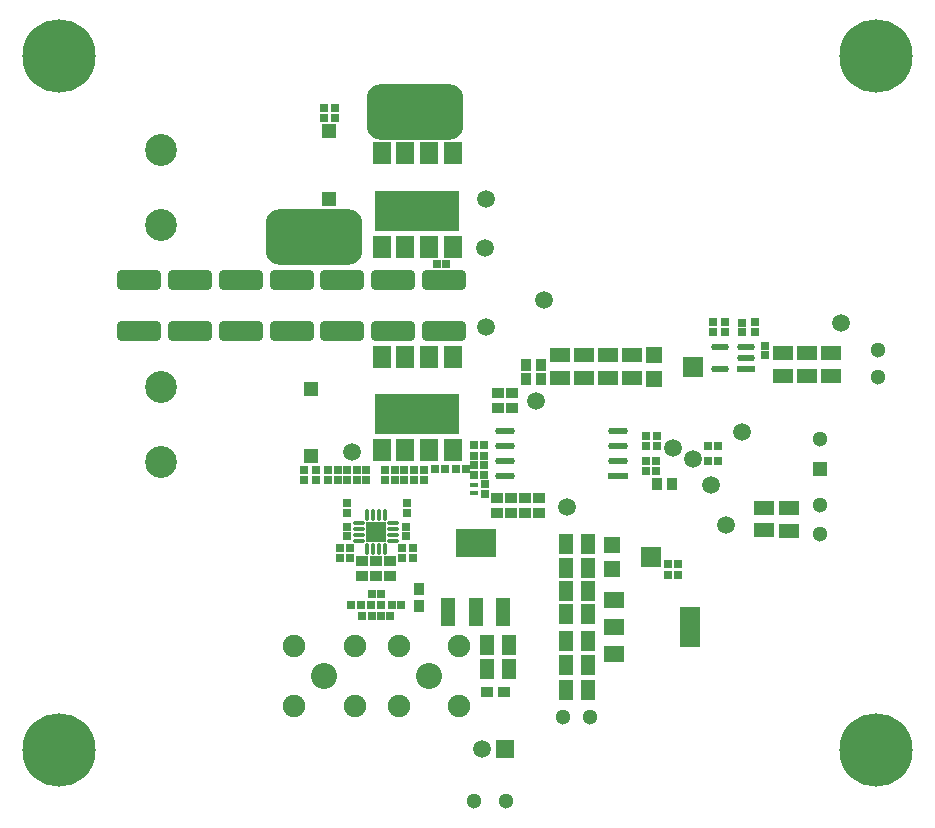
<source format=gbr>
%TF.GenerationSoftware,Altium Limited,Altium Designer,22.9.1 (49)*%
G04 Layer_Color=8388736*
%FSLAX45Y45*%
%MOMM*%
%TF.SameCoordinates,C6D2A98E-D71B-44EB-B230-12E80A119C5B*%
%TF.FilePolarity,Negative*%
%TF.FileFunction,Soldermask,Top*%
%TF.Part,Single*%
G01*
G75*
%TA.AperFunction,SMDPad,CuDef*%
%ADD17R,1.65506X0.58213*%
G04:AMPARAMS|DCode=18|XSize=1.65506mm|YSize=0.58213mm|CornerRadius=0.29107mm|HoleSize=0mm|Usage=FLASHONLY|Rotation=180.000|XOffset=0mm|YOffset=0mm|HoleType=Round|Shape=RoundedRectangle|*
%AMROUNDEDRECTD18*
21,1,1.65506,0.00000,0,0,180.0*
21,1,1.07293,0.58213,0,0,180.0*
1,1,0.58213,-0.53646,0.00000*
1,1,0.58213,0.53646,0.00000*
1,1,0.58213,0.53646,0.00000*
1,1,0.58213,-0.53646,0.00000*
%
%ADD18ROUNDEDRECTD18*%
G04:AMPARAMS|DCode=24|XSize=1.50543mm|YSize=0.57583mm|CornerRadius=0.28791mm|HoleSize=0mm|Usage=FLASHONLY|Rotation=180.000|XOffset=0mm|YOffset=0mm|HoleType=Round|Shape=RoundedRectangle|*
%AMROUNDEDRECTD24*
21,1,1.50543,0.00000,0,0,180.0*
21,1,0.92960,0.57583,0,0,180.0*
1,1,0.57583,-0.46480,0.00000*
1,1,0.57583,0.46480,0.00000*
1,1,0.57583,0.46480,0.00000*
1,1,0.57583,-0.46480,0.00000*
%
%ADD24ROUNDEDRECTD24*%
%ADD25R,1.50543X0.57583*%
%ADD26R,0.95822X1.00650*%
%ADD27R,0.71120X0.39370*%
G04:AMPARAMS|DCode=31|XSize=1.7mm|YSize=3.8mm|CornerRadius=0.425mm|HoleSize=0mm|Usage=FLASHONLY|Rotation=90.000|XOffset=0mm|YOffset=0mm|HoleType=Round|Shape=RoundedRectangle|*
%AMROUNDEDRECTD31*
21,1,1.70000,2.95000,0,0,90.0*
21,1,0.85000,3.80000,0,0,90.0*
1,1,0.85000,1.47500,0.42500*
1,1,0.85000,1.47500,-0.42500*
1,1,0.85000,-1.47500,-0.42500*
1,1,0.85000,-1.47500,0.42500*
%
%ADD31ROUNDEDRECTD31*%
%ADD36R,1.00650X0.95822*%
%TA.AperFunction,ComponentPad*%
%ADD43C,1.30000*%
%ADD44C,1.90500*%
%ADD49R,1.30000X1.30000*%
%ADD56C,1.50320*%
%ADD57C,2.20980*%
%ADD58R,1.50320X1.50320*%
%ADD59C,6.20320*%
%ADD60C,2.70320*%
%TA.AperFunction,SMDPad,CuDef*%
%ADD71R,1.40320X1.40320*%
%ADD72R,1.72720X1.72720*%
%ADD73C,1.50320*%
%ADD74R,1.20320X2.35320*%
%ADD75R,3.45320X2.35320*%
%ADD76R,1.80320X1.40320*%
%ADD77R,1.80320X3.50320*%
%ADD78R,1.20320X1.20320*%
%ADD79R,0.65320X0.65320*%
G04:AMPARAMS|DCode=80|XSize=0.96mm|YSize=0.36mm|CornerRadius=0.0825mm|HoleSize=0mm|Usage=FLASHONLY|Rotation=90.000|XOffset=0mm|YOffset=0mm|HoleType=Round|Shape=RoundedRectangle|*
%AMROUNDEDRECTD80*
21,1,0.96000,0.19500,0,0,90.0*
21,1,0.79500,0.36000,0,0,90.0*
1,1,0.16500,0.09750,0.39750*
1,1,0.16500,0.09750,-0.39750*
1,1,0.16500,-0.09750,-0.39750*
1,1,0.16500,-0.09750,0.39750*
%
%ADD80ROUNDEDRECTD80*%
%ADD81R,1.70000X1.70000*%
G04:AMPARAMS|DCode=82|XSize=0.96mm|YSize=0.36mm|CornerRadius=0.0825mm|HoleSize=0mm|Usage=FLASHONLY|Rotation=0.000|XOffset=0mm|YOffset=0mm|HoleType=Round|Shape=RoundedRectangle|*
%AMROUNDEDRECTD82*
21,1,0.96000,0.19500,0,0,0.0*
21,1,0.79500,0.36000,0,0,0.0*
1,1,0.16500,0.39750,-0.09750*
1,1,0.16500,-0.39750,-0.09750*
1,1,0.16500,-0.39750,0.09750*
1,1,0.16500,0.39750,0.09750*
%
%ADD82ROUNDEDRECTD82*%
%ADD83R,1.55320X1.85320*%
%ADD84R,7.20320X3.40320*%
G04:AMPARAMS|DCode=85|XSize=8.2032mm|YSize=4.7032mm|CornerRadius=1.2266mm|HoleSize=0mm|Usage=FLASHONLY|Rotation=180.000|XOffset=0mm|YOffset=0mm|HoleType=Round|Shape=RoundedRectangle|*
%AMROUNDEDRECTD85*
21,1,8.20320,2.25000,0,0,180.0*
21,1,5.75000,4.70320,0,0,180.0*
1,1,2.45320,-2.87500,1.12500*
1,1,2.45320,2.87500,1.12500*
1,1,2.45320,2.87500,-1.12500*
1,1,2.45320,-2.87500,-1.12500*
%
%ADD85ROUNDEDRECTD85*%
%ADD86R,1.65320X1.20320*%
%ADD87R,0.95320X1.05320*%
%ADD88R,0.72320X0.72320*%
%ADD89R,1.20320X1.65320*%
%ADD90R,1.05320X0.95320*%
%ADD91R,0.72320X0.72320*%
%ADD92R,0.65320X0.65320*%
D17*
X5187318Y3088500D02*
D03*
D18*
Y3469500D02*
D03*
X4231203Y3088500D02*
D03*
Y3469500D02*
D03*
X5187318Y3215500D02*
D03*
Y3342500D02*
D03*
X4231203Y3215500D02*
D03*
Y3342500D02*
D03*
D24*
X6275038Y4082500D02*
D03*
X6054961Y3987500D02*
D03*
X6275038Y4177500D02*
D03*
X6054961D02*
D03*
D25*
X6275038Y3987500D02*
D03*
D26*
X3505000Y2130086D02*
D03*
Y1984914D02*
D03*
D27*
X3972500Y3007425D02*
D03*
Y2937575D02*
D03*
D31*
X3717541Y4744900D02*
D03*
Y4314898D02*
D03*
X1567342Y4744900D02*
D03*
Y4314898D02*
D03*
X2427422D02*
D03*
Y4744900D02*
D03*
X3287501D02*
D03*
Y4314898D02*
D03*
X1997382D02*
D03*
Y4744900D02*
D03*
X1137580Y4745001D02*
D03*
Y4314999D02*
D03*
X2857461Y4314898D02*
D03*
Y4744900D02*
D03*
D36*
X4225171Y1255000D02*
D03*
X4080000D02*
D03*
D43*
X6897500Y3397500D02*
D03*
X7390771Y4155507D02*
D03*
X6897500Y2595000D02*
D03*
Y2841380D02*
D03*
X4240000Y337500D02*
D03*
X3972500D02*
D03*
X4957500Y1042500D02*
D03*
X4727500D02*
D03*
X7390771Y3926907D02*
D03*
D44*
X3847770Y1137230D02*
D03*
X3337230D02*
D03*
Y1647770D02*
D03*
X3847770D02*
D03*
X2960270Y1137230D02*
D03*
X2449730D02*
D03*
X2960270Y1647770D02*
D03*
X2449730D02*
D03*
D49*
X6897500Y3143500D02*
D03*
D56*
X4497500Y3720000D02*
D03*
X6102500Y2670000D02*
D03*
X4037500Y777500D02*
D03*
X6237500Y3460000D02*
D03*
X5975000Y3010000D02*
D03*
X4760000Y2820000D02*
D03*
X7080000Y4385000D02*
D03*
D57*
X3592500Y1392500D02*
D03*
X2705000D02*
D03*
D58*
X4237500Y777500D02*
D03*
D59*
X457500Y762500D02*
D03*
Y6642500D02*
D03*
X7377500D02*
D03*
Y762500D02*
D03*
D60*
X1322500Y5210000D02*
D03*
Y5845000D02*
D03*
Y3837500D02*
D03*
Y3202500D02*
D03*
D71*
X5137500Y2300000D02*
D03*
Y2500000D02*
D03*
X5495000Y4107500D02*
D03*
Y3907500D02*
D03*
D72*
X5467500Y2400000D02*
D03*
X5825000Y4007500D02*
D03*
D73*
Y3230000D02*
D03*
X4062500Y5017500D02*
D03*
X4077500Y5432500D02*
D03*
X5655000Y3320000D02*
D03*
X4567500Y4580000D02*
D03*
X4075000Y4350000D02*
D03*
X2940000Y3287500D02*
D03*
D74*
X3755000Y1932500D02*
D03*
X3985000D02*
D03*
X4215000D02*
D03*
D75*
X3985000Y2517500D02*
D03*
D76*
X5160000Y2035000D02*
D03*
Y1805000D02*
D03*
Y1575000D02*
D03*
D77*
X5800000Y1805000D02*
D03*
D78*
X2745013Y6005000D02*
D03*
Y5435000D02*
D03*
X2589999Y3254999D02*
D03*
Y3825000D02*
D03*
D79*
X5696500Y2342500D02*
D03*
X5616500D02*
D03*
X6035680Y3212040D02*
D03*
X5955680D02*
D03*
X6035000Y3342500D02*
D03*
X5955000D02*
D03*
X3104500Y1903500D02*
D03*
X3024500D02*
D03*
X3184500Y2083500D02*
D03*
X3104500D02*
D03*
X3184500Y1903500D02*
D03*
X3264499D02*
D03*
X3820870Y3146515D02*
D03*
X3900871D02*
D03*
X4055925Y3095858D02*
D03*
X3975925D02*
D03*
X4055925Y3177500D02*
D03*
X3975925D02*
D03*
X4055925Y3258550D02*
D03*
X3975925D02*
D03*
X4055925Y3345000D02*
D03*
X3975925D02*
D03*
X3657500Y4882500D02*
D03*
X3737501D02*
D03*
X3645845Y3146514D02*
D03*
X3725845D02*
D03*
D80*
X3169500Y2758500D02*
D03*
X3119500D02*
D03*
X3219500D02*
D03*
X3069500D02*
D03*
X3219500Y2468500D02*
D03*
X3119500D02*
D03*
X3169500D02*
D03*
X3069500D02*
D03*
D81*
X3144500Y2613500D02*
D03*
D82*
X3289500Y2588500D02*
D03*
Y2638500D02*
D03*
X2999500D02*
D03*
Y2588500D02*
D03*
Y2538500D02*
D03*
X3289500D02*
D03*
Y2688500D02*
D03*
X2999500D02*
D03*
D83*
X3190900Y3301700D02*
D03*
X3390900D02*
D03*
X3790900Y4096700D02*
D03*
X3590900D02*
D03*
X3390900D02*
D03*
X3190900D02*
D03*
X3590900Y3301700D02*
D03*
X3790900D02*
D03*
X3790900Y5817500D02*
D03*
X3590900D02*
D03*
X3190900D02*
D03*
X3390900D02*
D03*
X3190900Y5022500D02*
D03*
X3390900D02*
D03*
X3590900D02*
D03*
X3790900D02*
D03*
D84*
X3490900Y3608200D02*
D03*
X3490900Y5329000D02*
D03*
D85*
X3470900Y6170000D02*
D03*
X2620000Y5110000D02*
D03*
D86*
X6586933Y3936152D02*
D03*
Y4126153D02*
D03*
X6430440Y2818820D02*
D03*
Y2628820D02*
D03*
X6638180Y2624180D02*
D03*
Y2814180D02*
D03*
X6790133Y4126153D02*
D03*
Y3936152D02*
D03*
X6993333D02*
D03*
Y4126153D02*
D03*
X4907500Y4107500D02*
D03*
Y3917500D02*
D03*
X5105075Y4105992D02*
D03*
Y3915992D02*
D03*
X5307500Y4107500D02*
D03*
Y3917500D02*
D03*
X4702500Y4107500D02*
D03*
Y3917500D02*
D03*
D87*
X5645000Y3015000D02*
D03*
X5520000D02*
D03*
X4412500Y4025000D02*
D03*
X4537500D02*
D03*
X4412500Y3908317D02*
D03*
X4537500D02*
D03*
D88*
X5700000Y2247500D02*
D03*
X5618000D02*
D03*
X3015500Y1993500D02*
D03*
X2933499D02*
D03*
X3185501Y1993500D02*
D03*
X3103499D02*
D03*
X3273499D02*
D03*
X3355501D02*
D03*
D89*
X4270000Y1655000D02*
D03*
X4080000D02*
D03*
X4270000Y1447500D02*
D03*
X4080000D02*
D03*
X4748692Y2110930D02*
D03*
X4938692D02*
D03*
X4748692Y1921091D02*
D03*
X4938692D02*
D03*
X4748692Y1485000D02*
D03*
X4938692D02*
D03*
X4748692Y1277500D02*
D03*
X4938692D02*
D03*
X4748692Y2513684D02*
D03*
X4938692D02*
D03*
X4748692Y2310484D02*
D03*
X4938692D02*
D03*
X4748692Y1685630D02*
D03*
X4938692D02*
D03*
D90*
X3144500Y2241001D02*
D03*
Y2365999D02*
D03*
X3264500Y2241001D02*
D03*
Y2365999D02*
D03*
X3024500Y2241001D02*
D03*
Y2365999D02*
D03*
X4290000Y3787500D02*
D03*
Y3662500D02*
D03*
X4173317Y3787500D02*
D03*
Y3662500D02*
D03*
X4401684Y2775000D02*
D03*
Y2900000D02*
D03*
X4285000Y2775000D02*
D03*
Y2900000D02*
D03*
X4518367Y2775000D02*
D03*
Y2900000D02*
D03*
X4168317Y2775000D02*
D03*
Y2900000D02*
D03*
D91*
X3364500Y2392499D02*
D03*
Y2474501D02*
D03*
X2924500Y2392499D02*
D03*
Y2474501D02*
D03*
X6095000Y4391000D02*
D03*
Y4309000D02*
D03*
X6350000Y4390500D02*
D03*
Y4308500D02*
D03*
D92*
X5425740Y3211560D02*
D03*
Y3131560D02*
D03*
X5514640Y3211560D02*
D03*
Y3131560D02*
D03*
X5517140Y3342020D02*
D03*
Y3422020D02*
D03*
X5428240Y3342020D02*
D03*
Y3422020D02*
D03*
X2894500Y2653500D02*
D03*
Y2573500D02*
D03*
X2894499Y2853500D02*
D03*
Y2773500D02*
D03*
X2834500Y2393500D02*
D03*
Y2473500D02*
D03*
X3404500Y2773500D02*
D03*
Y2853500D02*
D03*
X3454500Y2473500D02*
D03*
Y2393500D02*
D03*
X3394500Y2573500D02*
D03*
Y2653500D02*
D03*
X2634999Y3055002D02*
D03*
Y3135002D02*
D03*
X2529974Y3055002D02*
D03*
Y3135002D02*
D03*
X4062500Y3015000D02*
D03*
Y2935000D02*
D03*
X2703736Y6117500D02*
D03*
Y6197500D02*
D03*
X2792500Y6117500D02*
D03*
Y6197500D02*
D03*
X2735560Y3134200D02*
D03*
Y3054200D02*
D03*
X2816840Y3134200D02*
D03*
Y3054200D02*
D03*
X2898120Y3134200D02*
D03*
Y3054200D02*
D03*
X2979400Y3134200D02*
D03*
Y3054200D02*
D03*
X3060680Y3134200D02*
D03*
Y3054200D02*
D03*
X3220700Y3134200D02*
D03*
Y3054200D02*
D03*
X3301980Y3134200D02*
D03*
Y3054200D02*
D03*
X3383260Y3134200D02*
D03*
Y3054200D02*
D03*
X3464540Y3134200D02*
D03*
Y3054200D02*
D03*
X3545820Y3134200D02*
D03*
Y3054200D02*
D03*
X6240000Y4305000D02*
D03*
Y4385000D02*
D03*
X6440000Y4187500D02*
D03*
Y4107500D02*
D03*
X5995000Y4307500D02*
D03*
Y4387500D02*
D03*
%TF.MD5,510a2318f89c0dbd0dbd5ef9ba2410ac*%
M02*

</source>
